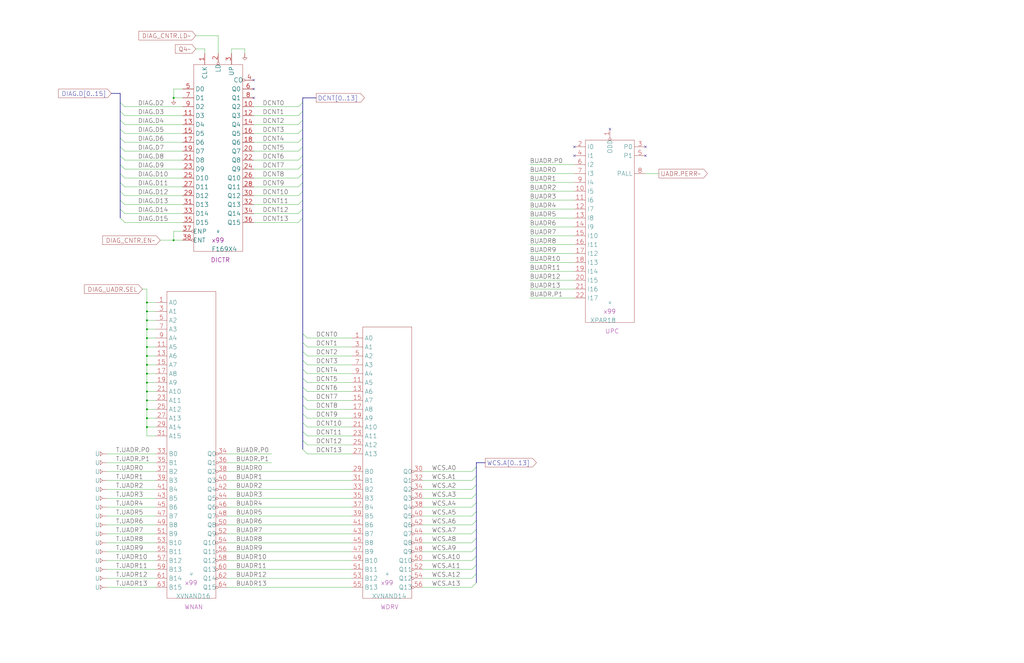
<source format=kicad_sch>
(kicad_sch (version 20220404) (generator eeschema)
  (paper "User" 584.2 378.46)
  (title_block (title "WRITABLE CONTROL STORE\\nWCS ADDRESS GENERATION") (date "15-MAR-90") (rev "1.0") (comment 1 "TYPE") (comment 2 "232-003062") (comment 3 "S400") (comment 4 "RELEASED"))
  (lib_symbols
    (symbol "r1000:F169X4" (pin_names (offset 1.016))
      (property "Reference" "U" (at 2.54 5.08 0))
      (property "Value" "F169X4" (at -1.27 -5.08 0))
      (property "Location" "___" (at -1.27 0 0))
      (property "Name" "______" (at 3.81 -12.7 0))
      (symbol "F169X4_1_1"
        (circle (center -12.065 0) (radius 0.635))
        (circle (center -12.065 5.08) (radius 0.635))
        (rectangle (start -11.43 100.33) (end 16.51 -6.35))
        (circle (center 2.54 100.965) (radius 0.635))
        (circle (center 17.145 91.44) (radius 0.635))
        (pin input line (at -5.08 106.68 270) (length 6.35) (name "CLK") (number "1"))
        (pin output line (at 22.86 76.2 180) (length 6.35) (name "Q2") (number "10"))
        (pin input line (at -17.78 71.12 0) (length 6.35) (name "D3") (number "11"))
        (pin output line (at 22.86 71.12 180) (length 6.35) (name "Q3") (number "12"))
        (pin input line (at -17.78 66.04 0) (length 6.35) (name "D4") (number "13"))
        (pin output line (at 22.86 66.04 180) (length 6.35) (name "Q4") (number "14"))
        (pin input line (at -17.78 60.96 0) (length 6.35) (name "D5") (number "15"))
        (pin output line (at 22.86 60.96 180) (length 6.35) (name "Q5") (number "16"))
        (pin input line (at -17.78 55.88 0) (length 6.35) (name "D6") (number "17"))
        (pin output line (at 22.86 55.88 180) (length 6.35) (name "Q6") (number "18"))
        (pin input line (at -17.78 50.8 0) (length 6.35) (name "D7") (number "19"))
        (pin input line (at 2.54 106.68 270) (length 5.08) (name "LD") (number "2"))
        (pin output line (at 22.86 50.8 180) (length 6.35) (name "Q7") (number "20"))
        (pin input line (at -17.78 45.72 0) (length 6.35) (name "D8") (number "21"))
        (pin output line (at 22.86 45.72 180) (length 6.35) (name "Q8") (number "22"))
        (pin input line (at -17.78 40.64 0) (length 6.35) (name "D9") (number "23"))
        (pin output line (at 22.86 40.64 180) (length 6.35) (name "Q9") (number "24"))
        (pin input line (at -17.78 35.56 0) (length 6.35) (name "D10") (number "25"))
        (pin output line (at 22.86 35.56 180) (length 6.35) (name "Q10") (number "26"))
        (pin input line (at -17.78 30.48 0) (length 6.35) (name "D11") (number "27"))
        (pin output line (at 22.86 30.48 180) (length 6.35) (name "Q11") (number "28"))
        (pin input line (at -17.78 25.4 0) (length 6.35) (name "D12") (number "29"))
        (pin input line (at 10.16 106.68 270) (length 6.35) (name "UP") (number "3"))
        (pin output line (at 22.86 25.4 180) (length 6.35) (name "Q12") (number "30"))
        (pin input line (at -17.78 20.32 0) (length 6.35) (name "D13") (number "31"))
        (pin output line (at 22.86 20.32 180) (length 6.35) (name "Q13") (number "32"))
        (pin input line (at -17.78 15.24 0) (length 6.35) (name "D14") (number "33"))
        (pin output line (at 22.86 15.24 180) (length 6.35) (name "Q14") (number "34"))
        (pin input line (at -17.78 10.16 0) (length 6.35) (name "D15") (number "35"))
        (pin output line (at 22.86 10.16 180) (length 6.35) (name "Q15") (number "36"))
        (pin input line (at -17.78 5.08 0) (length 5.08) (name "ENP") (number "37"))
        (pin input line (at -17.78 0 0) (length 5.08) (name "ENT") (number "38"))
        (pin output line (at 22.86 91.44 180) (length 5.08) (name "CO") (number "4"))
        (pin input line (at -17.78 86.36 0) (length 6.35) (name "D0") (number "5"))
        (pin output line (at 22.86 86.36 180) (length 6.35) (name "Q0") (number "6"))
        (pin input line (at -17.78 81.28 0) (length 6.35) (name "D1") (number "7"))
        (pin output line (at 22.86 81.28 180) (length 6.35) (name "Q1") (number "8"))
        (pin input line (at -17.78 76.2 0) (length 6.35) (name "D2") (number "9"))
      )
    )
    (symbol "r1000:GB" (pin_numbers hide) (pin_names (offset 0) hide)
      (property "Reference" "GB" (at 3.81 0 0))
      (symbol "GB_0_1"
        (polyline (pts (xy 2.54 0) (xy 3.81 1.27) (xy 3.81 -1.27) (xy 2.54 0)) (stroke (width 0.1524)))
      )
      (symbol "GB_1_1"
        (pin bidirectional line (at 0 0 0) (length 2.54) (name "") (number "1"))
      )
    )
    (symbol "r1000:PD" (power) (pin_numbers hide) (pin_names hide) (in_bom no)
      (symbol "PD_0_1"
        (polyline (pts (xy 0 -2.54) (xy 1.27 -2.54) (xy 0 -3.81) (xy -1.27 -2.54) (xy 0 -2.54)) (stroke (width 0.1524)))
      )
      (symbol "PD_1_1"
        (pin power_in line (at 0 0 270) (length 2.54) (name "PD") (number "1"))
      )
    )
    (symbol "r1000:XPAR18" (pin_names (offset 1.016))
      (property "Reference" "U" (at 2.54 5.08 0))
      (property "Value" "XPAR18" (at -8.89 -5.08 0))
      (property "Location" "___" (at -1.27 0 0))
      (property "Name" "______" (at 3.81 -12.7 0))
      (symbol "XPAR18_1_1"
        (rectangle (start -11.43 97.79) (end 16.51 -6.35))
        (circle (center 2.54 98.425) (radius 0.635))
        (pin input line (at 2.54 104.14 270) (length 5.08) (name "ODD") (number "1"))
        (pin input line (at -17.78 68.58 0) (length 6.35) (name "I5") (number "10"))
        (pin input line (at -17.78 63.5 0) (length 6.35) (name "I6") (number "11"))
        (pin input line (at -17.78 58.42 0) (length 6.35) (name "I7") (number "12"))
        (pin input line (at -17.78 53.34 0) (length 6.35) (name "I8") (number "13"))
        (pin input line (at -17.78 48.26 0) (length 6.35) (name "I9") (number "14"))
        (pin input line (at -17.78 43.18 0) (length 6.35) (name "I10") (number "15"))
        (pin input line (at -17.78 38.1 0) (length 6.35) (name "I11") (number "16"))
        (pin input line (at -17.78 33.02 0) (length 6.35) (name "I12") (number "17"))
        (pin input line (at -17.78 27.94 0) (length 6.35) (name "I13") (number "18"))
        (pin input line (at -17.78 22.86 0) (length 6.35) (name "I14") (number "19"))
        (pin input line (at -17.78 93.98 0) (length 6.35) (name "I0") (number "2"))
        (pin input line (at -17.78 17.78 0) (length 6.35) (name "I15") (number "20"))
        (pin input line (at -17.78 12.7 0) (length 6.35) (name "I16") (number "21"))
        (pin input line (at -17.78 7.62 0) (length 6.35) (name "I17") (number "22"))
        (pin output line (at 22.86 93.98 180) (length 6.35) (name "P0") (number "3"))
        (pin input line (at -17.78 88.9 0) (length 6.35) (name "I1") (number "4"))
        (pin output line (at 22.86 88.9 180) (length 6.35) (name "P1") (number "5"))
        (pin input line (at -17.78 83.82 0) (length 6.35) (name "I2") (number "6"))
        (pin input line (at -17.78 78.74 0) (length 6.35) (name "I3") (number "7"))
        (pin output line (at 22.86 78.74 180) (length 6.35) (name "PALL") (number "8"))
        (pin input line (at -17.78 73.66 0) (length 6.35) (name "I4") (number "9"))
      )
    )
    (symbol "r1000:XVNAND14" (pin_names (offset 1.016))
      (property "Reference" "U" (at 2.54 5.08 0))
      (property "Value" "XVNAND14" (at -6.35 -7.62 0))
      (property "Location" "___" (at -1.27 0 0))
      (property "Name" "______" (at 3.81 -15.24 0))
      (symbol "XVNAND14_1_1"
        (rectangle (start -11.43 146.05) (end 16.51 -8.89))
        (circle (center 17.145 -2.54) (radius 0.635))
        (circle (center 17.145 2.54) (radius 0.635))
        (circle (center 17.145 7.62) (radius 0.635))
        (circle (center 17.145 12.7) (radius 0.635))
        (circle (center 17.145 17.78) (radius 0.635))
        (circle (center 17.145 22.86) (radius 0.635))
        (circle (center 17.145 27.94) (radius 0.635))
        (circle (center 17.145 33.02) (radius 0.635))
        (circle (center 17.145 38.1) (radius 0.635))
        (circle (center 17.145 43.18) (radius 0.635))
        (circle (center 17.145 48.26) (radius 0.635))
        (circle (center 17.145 53.34) (radius 0.635))
        (circle (center 17.145 58.42) (radius 0.635))
        (circle (center 17.145 63.5) (radius 0.635))
        (pin input line (at -17.78 139.7 0) (length 6.35) (name "A0") (number "1"))
        (pin input line (at -17.78 114.3 0) (length 6.35) (name "A5") (number "11"))
        (pin input line (at -17.78 109.22 0) (length 6.35) (name "A6") (number "13"))
        (pin input line (at -17.78 104.14 0) (length 6.35) (name "A7") (number "15"))
        (pin input line (at -17.78 99.06 0) (length 6.35) (name "A8") (number "17"))
        (pin input line (at -17.78 93.98 0) (length 6.35) (name "A9") (number "19"))
        (pin input line (at -17.78 88.9 0) (length 6.35) (name "A10") (number "21"))
        (pin input line (at -17.78 83.82 0) (length 6.35) (name "A11") (number "23"))
        (pin input line (at -17.78 78.74 0) (length 6.35) (name "A12") (number "25"))
        (pin input line (at -17.78 73.66 0) (length 6.35) (name "A13") (number "27"))
        (pin input line (at -17.78 63.5 0) (length 6.35) (name "B0") (number "29"))
        (pin input line (at -17.78 134.62 0) (length 6.35) (name "A1") (number "3"))
        (pin output line (at 22.86 63.5 180) (length 5.08) (name "Q0") (number "30"))
        (pin input line (at -17.78 58.42 0) (length 6.35) (name "B1") (number "31"))
        (pin output line (at 22.86 58.42 180) (length 5.08) (name "Q1") (number "32"))
        (pin input line (at -17.78 53.34 0) (length 6.35) (name "B2") (number "33"))
        (pin output line (at 22.86 53.34 180) (length 5.08) (name "Q2") (number "34"))
        (pin input line (at -17.78 48.26 0) (length 6.35) (name "B3") (number "35"))
        (pin output line (at 22.86 48.26 180) (length 5.08) (name "Q3") (number "36"))
        (pin input line (at -17.78 43.18 0) (length 6.35) (name "B4") (number "37"))
        (pin output line (at 22.86 43.18 180) (length 5.08) (name "Q4") (number "38"))
        (pin input line (at -17.78 38.1 0) (length 6.35) (name "B5") (number "39"))
        (pin output line (at 22.86 38.1 180) (length 5.08) (name "Q5") (number "40"))
        (pin input line (at -17.78 33.02 0) (length 6.35) (name "B6") (number "41"))
        (pin output line (at 22.86 33.02 180) (length 5.08) (name "Q6") (number "42"))
        (pin input line (at -17.78 27.94 0) (length 6.35) (name "B7") (number "43"))
        (pin output line (at 22.86 27.94 180) (length 5.08) (name "Q7") (number "44"))
        (pin input line (at -17.78 22.86 0) (length 6.35) (name "B8") (number "45"))
        (pin output line (at 22.86 22.86 180) (length 5.08) (name "Q8") (number "46"))
        (pin input line (at -17.78 17.78 0) (length 6.35) (name "B9") (number "47"))
        (pin output line (at 22.86 17.78 180) (length 5.08) (name "Q9") (number "48"))
        (pin input line (at -17.78 12.7 0) (length 6.35) (name "B10") (number "49"))
        (pin input line (at -17.78 129.54 0) (length 6.35) (name "A2") (number "5"))
        (pin output line (at 22.86 12.7 180) (length 5.08) (name "Q10") (number "50"))
        (pin input line (at -17.78 7.62 0) (length 6.35) (name "B11") (number "51"))
        (pin output line (at 22.86 7.62 180) (length 5.08) (name "Q11") (number "52"))
        (pin input line (at -17.78 2.54 0) (length 6.35) (name "B12") (number "53"))
        (pin output line (at 22.86 2.54 180) (length 5.08) (name "Q12") (number "54"))
        (pin input line (at -17.78 -2.54 0) (length 6.35) (name "B13") (number "55"))
        (pin output line (at 22.86 -2.54 180) (length 5.08) (name "Q13") (number "56"))
        (pin input line (at -17.78 124.46 0) (length 6.35) (name "A3") (number "7"))
        (pin input line (at -17.78 119.38 0) (length 6.35) (name "A4") (number "9"))
      )
    )
    (symbol "r1000:XVNAND16" (pin_names (offset 1.016))
      (property "Reference" "U" (at 2.54 5.08 0))
      (property "Value" "XVNAND16" (at -6.35 -7.62 0))
      (property "Location" "___" (at -1.27 0 0))
      (property "Name" "______" (at 3.81 -15.24 0))
      (symbol "XVNAND16_1_1"
        (rectangle (start -11.43 166.37) (end 16.51 -8.89))
        (circle (center 17.145 -2.54) (radius 0.635))
        (circle (center 17.145 2.54) (radius 0.635))
        (circle (center 17.145 7.62) (radius 0.635))
        (circle (center 17.145 12.7) (radius 0.635))
        (circle (center 17.145 17.78) (radius 0.635))
        (circle (center 17.145 22.86) (radius 0.635))
        (circle (center 17.145 27.94) (radius 0.635))
        (circle (center 17.145 33.02) (radius 0.635))
        (circle (center 17.145 38.1) (radius 0.635))
        (circle (center 17.145 43.18) (radius 0.635))
        (circle (center 17.145 48.26) (radius 0.635))
        (circle (center 17.145 53.34) (radius 0.635))
        (circle (center 17.145 58.42) (radius 0.635))
        (circle (center 17.145 63.5) (radius 0.635))
        (circle (center 17.145 68.58) (radius 0.635))
        (circle (center 17.145 73.66) (radius 0.635))
        (pin input line (at -17.78 160.02 0) (length 6.35) (name "A0") (number "1"))
        (pin input line (at -17.78 134.62 0) (length 6.35) (name "A5") (number "11"))
        (pin input line (at -17.78 129.54 0) (length 6.35) (name "A6") (number "13"))
        (pin input line (at -17.78 124.46 0) (length 6.35) (name "A7") (number "15"))
        (pin input line (at -17.78 119.38 0) (length 6.35) (name "A8") (number "17"))
        (pin input line (at -17.78 114.3 0) (length 6.35) (name "A9") (number "19"))
        (pin input line (at -17.78 109.22 0) (length 6.35) (name "A10") (number "21"))
        (pin input line (at -17.78 104.14 0) (length 6.35) (name "A11") (number "23"))
        (pin input line (at -17.78 99.06 0) (length 6.35) (name "A12") (number "25"))
        (pin input line (at -17.78 93.98 0) (length 6.35) (name "A13") (number "27"))
        (pin input line (at -17.78 88.9 0) (length 6.35) (name "A14") (number "29"))
        (pin input line (at -17.78 154.94 0) (length 6.35) (name "A1") (number "3"))
        (pin input line (at -17.78 83.82 0) (length 6.35) (name "A15") (number "31"))
        (pin input line (at -17.78 73.66 0) (length 6.35) (name "B0") (number "33"))
        (pin output line (at 22.86 73.66 180) (length 5.08) (name "Q0") (number "34"))
        (pin input line (at -17.78 68.58 0) (length 6.35) (name "B1") (number "35"))
        (pin output line (at 22.86 68.58 180) (length 5.08) (name "Q1") (number "36"))
        (pin input line (at -17.78 63.5 0) (length 6.35) (name "B2") (number "37"))
        (pin output line (at 22.86 63.5 180) (length 5.08) (name "Q2") (number "38"))
        (pin input line (at -17.78 58.42 0) (length 6.35) (name "B3") (number "39"))
        (pin output line (at 22.86 58.42 180) (length 5.08) (name "Q3") (number "40"))
        (pin input line (at -17.78 53.34 0) (length 6.35) (name "B4") (number "41"))
        (pin output line (at 22.86 53.34 180) (length 5.08) (name "Q4") (number "42"))
        (pin input line (at -17.78 48.26 0) (length 6.35) (name "B5") (number "43"))
        (pin output line (at 22.86 48.26 180) (length 5.08) (name "Q5") (number "44"))
        (pin input line (at -17.78 43.18 0) (length 6.35) (name "B6") (number "45"))
        (pin output line (at 22.86 43.18 180) (length 5.08) (name "Q6") (number "46"))
        (pin input line (at -17.78 38.1 0) (length 6.35) (name "B7") (number "47"))
        (pin output line (at 22.86 38.1 180) (length 5.08) (name "Q7") (number "48"))
        (pin input line (at -17.78 33.02 0) (length 6.35) (name "B8") (number "49"))
        (pin input line (at -17.78 149.86 0) (length 6.35) (name "A2") (number "5"))
        (pin output line (at 22.86 33.02 180) (length 5.08) (name "Q8") (number "50"))
        (pin input line (at -17.78 27.94 0) (length 6.35) (name "B9") (number "51"))
        (pin output line (at 22.86 27.94 180) (length 5.08) (name "Q9") (number "52"))
        (pin input line (at -17.78 22.86 0) (length 6.35) (name "B10") (number "53"))
        (pin output line (at 22.86 22.86 180) (length 5.08) (name "Q10") (number "54"))
        (pin input line (at -17.78 17.78 0) (length 6.35) (name "B11") (number "55"))
        (pin output line (at 22.86 17.78 180) (length 5.08) (name "Q11") (number "56"))
        (pin input line (at -17.78 12.7 0) (length 6.35) (name "B12") (number "57"))
        (pin output line (at 22.86 12.7 180) (length 5.08) (name "Q12") (number "58"))
        (pin input line (at -17.78 7.62 0) (length 6.35) (name "B13") (number "59"))
        (pin output line (at 22.86 7.62 180) (length 5.08) (name "Q13") (number "60"))
        (pin input line (at -17.78 2.54 0) (length 6.35) (name "B14") (number "61"))
        (pin output line (at 22.86 2.54 180) (length 5.08) (name "Q14") (number "62"))
        (pin input line (at -17.78 -2.54 0) (length 6.35) (name "B15") (number "63"))
        (pin output line (at 22.86 -2.54 180) (length 5.08) (name "Q15") (number "64"))
        (pin input line (at -17.78 144.78 0) (length 6.35) (name "A3") (number "7"))
        (pin input line (at -17.78 139.7 0) (length 6.35) (name "A4") (number "9"))
      )
    )
  )
  (junction (at 83.82 193.04))
  (junction (at 83.82 182.88))
  (junction (at 83.82 228.6))
  (junction (at 83.82 223.52))
  (junction (at 83.82 208.28))
  (junction (at 99.06 55.88))
  (junction (at 83.82 238.76))
  (junction (at 99.06 137.16))
  (junction (at 83.82 198.12))
  (junction (at 83.82 218.44))
  (junction (at 83.82 177.8))
  (junction (at 83.82 172.72))
  (junction (at 83.82 213.36))
  (junction (at 83.82 243.84))
  (junction (at 83.82 187.96))
  (junction (at 83.82 233.68))
  (junction (at 83.82 203.2))
  (no_connect (at 327.66 88.9))
  (no_connect (at 327.66 83.82))
  (no_connect (at 144.78 45.72))
  (no_connect (at 347.98 73.66))
  (no_connect (at 368.3 83.82))
  (no_connect (at 368.3 88.9))
  (no_connect (at 144.78 50.8))
  (no_connect (at 144.78 55.88))
  (bus_entry (at 172.72 236.22) (size 2.54 2.54))
  (bus_entry (at 172.72 119.38) (size -2.54 2.54))
  (bus_entry (at 271.78 271.78) (size -2.54 2.54))
  (bus_entry (at 271.78 322.58) (size -2.54 2.54))
  (bus_entry (at 172.72 241.3) (size 2.54 2.54))
  (bus_entry (at 271.78 302.26) (size -2.54 2.54))
  (bus_entry (at 172.72 205.74) (size 2.54 2.54))
  (bus_entry (at 172.72 93.98) (size -2.54 2.54))
  (bus_entry (at 68.58 93.98) (size 2.54 2.54))
  (bus_entry (at 172.72 256.54) (size 2.54 2.54))
  (bus_entry (at 172.72 58.42) (size -2.54 2.54))
  (bus_entry (at 172.72 246.38) (size 2.54 2.54))
  (bus_entry (at 172.72 109.22) (size -2.54 2.54))
  (bus_entry (at 271.78 327.66) (size -2.54 2.54))
  (bus_entry (at 172.72 88.9) (size -2.54 2.54))
  (bus_entry (at 172.72 78.74) (size -2.54 2.54))
  (bus_entry (at 68.58 124.46) (size 2.54 2.54))
  (bus_entry (at 172.72 195.58) (size 2.54 2.54))
  (bus_entry (at 68.58 114.3) (size 2.54 2.54))
  (bus_entry (at 172.72 124.46) (size -2.54 2.54))
  (bus_entry (at 68.58 99.06) (size 2.54 2.54))
  (bus_entry (at 271.78 281.94) (size -2.54 2.54))
  (bus_entry (at 172.72 226.06) (size 2.54 2.54))
  (bus_entry (at 68.58 78.74) (size 2.54 2.54))
  (bus_entry (at 68.58 88.9) (size 2.54 2.54))
  (bus_entry (at 172.72 220.98) (size 2.54 2.54))
  (bus_entry (at 172.72 114.3) (size -2.54 2.54))
  (bus_entry (at 68.58 73.66) (size 2.54 2.54))
  (bus_entry (at 172.72 99.06) (size -2.54 2.54))
  (bus_entry (at 172.72 190.5) (size 2.54 2.54))
  (bus_entry (at 68.58 63.5) (size 2.54 2.54))
  (bus_entry (at 172.72 83.82) (size -2.54 2.54))
  (bus_entry (at 172.72 200.66) (size 2.54 2.54))
  (bus_entry (at 271.78 287.02) (size -2.54 2.54))
  (bus_entry (at 271.78 276.86) (size -2.54 2.54))
  (bus_entry (at 172.72 68.58) (size -2.54 2.54))
  (bus_entry (at 68.58 58.42) (size 2.54 2.54))
  (bus_entry (at 271.78 297.18) (size -2.54 2.54))
  (bus_entry (at 172.72 73.66) (size -2.54 2.54))
  (bus_entry (at 172.72 231.14) (size 2.54 2.54))
  (bus_entry (at 68.58 83.82) (size 2.54 2.54))
  (bus_entry (at 271.78 266.7) (size -2.54 2.54))
  (bus_entry (at 172.72 210.82) (size 2.54 2.54))
  (bus_entry (at 68.58 109.22) (size 2.54 2.54))
  (bus_entry (at 271.78 307.34) (size -2.54 2.54))
  (bus_entry (at 271.78 312.42) (size -2.54 2.54))
  (bus_entry (at 68.58 119.38) (size 2.54 2.54))
  (bus_entry (at 271.78 332.74) (size -2.54 2.54))
  (bus_entry (at 172.72 104.14) (size -2.54 2.54))
  (bus_entry (at 172.72 251.46) (size 2.54 2.54))
  (bus_entry (at 172.72 215.9) (size 2.54 2.54))
  (bus_entry (at 172.72 63.5) (size -2.54 2.54))
  (bus_entry (at 271.78 292.1) (size -2.54 2.54))
  (bus_entry (at 68.58 104.14) (size 2.54 2.54))
  (bus_entry (at 271.78 317.5) (size -2.54 2.54))
  (bus_entry (at 68.58 68.58) (size 2.54 2.54))
  (wire (pts (xy 83.82 177.8) (xy 83.82 182.88)))
  (wire (pts (xy 88.9 320.04) (xy 60.96 320.04)))
  (bus (pts (xy 63.5 53.34) (xy 68.58 53.34)))
  (wire (pts (xy 241.3 299.72) (xy 269.24 299.72)))
  (wire (pts (xy 144.78 127) (xy 170.18 127)))
  (bus (pts (xy 68.58 83.82) (xy 68.58 88.9)))
  (wire (pts (xy 111.76 20.32) (xy 124.46 20.32)))
  (bus (pts (xy 271.78 302.26) (xy 271.78 307.34)))
  (bus (pts (xy 271.78 271.78) (xy 271.78 276.86)))
  (wire (pts (xy 60.96 259.08) (xy 88.9 259.08)))
  (wire (pts (xy 83.82 187.96) (xy 88.9 187.96)))
  (bus (pts (xy 172.72 124.46) (xy 172.72 190.5)))
  (wire (pts (xy 129.54 294.64) (xy 200.66 294.64)))
  (bus (pts (xy 68.58 114.3) (xy 68.58 119.38)))
  (bus (pts (xy 172.72 55.88) (xy 180.34 55.88)))
  (wire (pts (xy 302.26 109.22) (xy 327.66 109.22)))
  (wire (pts (xy 88.9 309.88) (xy 60.96 309.88)))
  (wire (pts (xy 129.54 269.24) (xy 200.66 269.24)))
  (wire (pts (xy 129.54 299.72) (xy 200.66 299.72)))
  (bus (pts (xy 68.58 93.98) (xy 68.58 99.06)))
  (wire (pts (xy 144.78 106.68) (xy 170.18 106.68)))
  (bus (pts (xy 271.78 266.7) (xy 271.78 271.78)))
  (bus (pts (xy 68.58 104.14) (xy 68.58 109.22)))
  (bus (pts (xy 172.72 68.58) (xy 172.72 73.66)))
  (wire (pts (xy 88.9 294.64) (xy 60.96 294.64)))
  (wire (pts (xy 302.26 104.14) (xy 327.66 104.14)))
  (wire (pts (xy 302.26 149.86) (xy 327.66 149.86)))
  (wire (pts (xy 99.06 132.08) (xy 99.06 137.16)))
  (wire (pts (xy 144.78 111.76) (xy 170.18 111.76)))
  (wire (pts (xy 200.66 228.6) (xy 175.26 228.6)))
  (wire (pts (xy 83.82 193.04) (xy 88.9 193.04)))
  (bus (pts (xy 172.72 241.3) (xy 172.72 236.22)))
  (bus (pts (xy 172.72 58.42) (xy 172.72 63.5)))
  (wire (pts (xy 129.54 279.4) (xy 200.66 279.4)))
  (bus (pts (xy 68.58 119.38) (xy 68.58 124.46)))
  (wire (pts (xy 144.78 101.6) (xy 170.18 101.6)))
  (wire (pts (xy 200.66 213.36) (xy 175.26 213.36)))
  (wire (pts (xy 88.9 274.32) (xy 60.96 274.32)))
  (wire (pts (xy 139.7 30.48) (xy 139.7 27.94)))
  (wire (pts (xy 241.3 314.96) (xy 269.24 314.96)))
  (wire (pts (xy 83.82 208.28) (xy 83.82 213.36)))
  (wire (pts (xy 88.9 335.28) (xy 60.96 335.28)))
  (bus (pts (xy 172.72 68.58) (xy 172.72 63.5)))
  (wire (pts (xy 144.78 116.84) (xy 170.18 116.84)))
  (wire (pts (xy 83.82 182.88) (xy 83.82 187.96)))
  (wire (pts (xy 129.54 320.04) (xy 200.66 320.04)))
  (bus (pts (xy 271.78 264.16) (xy 271.78 266.7)))
  (bus (pts (xy 172.72 109.22) (xy 172.72 104.14)))
  (wire (pts (xy 302.26 93.98) (xy 327.66 93.98)))
  (wire (pts (xy 241.3 325.12) (xy 269.24 325.12)))
  (wire (pts (xy 144.78 121.92) (xy 170.18 121.92)))
  (wire (pts (xy 83.82 238.76) (xy 83.82 243.84)))
  (wire (pts (xy 71.12 121.92) (xy 104.14 121.92)))
  (wire (pts (xy 83.82 243.84) (xy 88.9 243.84)))
  (bus (pts (xy 172.72 190.5) (xy 172.72 195.58)))
  (bus (pts (xy 271.78 276.86) (xy 271.78 281.94)))
  (wire (pts (xy 83.82 165.1) (xy 83.82 172.72)))
  (wire (pts (xy 200.66 259.08) (xy 175.26 259.08)))
  (bus (pts (xy 68.58 99.06) (xy 68.58 104.14)))
  (bus (pts (xy 68.58 58.42) (xy 68.58 63.5)))
  (wire (pts (xy 99.06 137.16) (xy 104.14 137.16)))
  (wire (pts (xy 129.54 325.12) (xy 200.66 325.12)))
  (wire (pts (xy 88.9 279.4) (xy 60.96 279.4)))
  (wire (pts (xy 99.06 55.88) (xy 104.14 55.88)))
  (wire (pts (xy 129.54 289.56) (xy 200.66 289.56)))
  (bus (pts (xy 271.78 292.1) (xy 271.78 297.18)))
  (wire (pts (xy 71.12 127) (xy 104.14 127)))
  (bus (pts (xy 68.58 88.9) (xy 68.58 93.98)))
  (wire (pts (xy 83.82 228.6) (xy 88.9 228.6)))
  (bus (pts (xy 172.72 220.98) (xy 172.72 226.06)))
  (bus (pts (xy 271.78 281.94) (xy 271.78 287.02)))
  (wire (pts (xy 302.26 134.62) (xy 327.66 134.62)))
  (wire (pts (xy 83.82 203.2) (xy 88.9 203.2)))
  (bus (pts (xy 271.78 327.66) (xy 271.78 332.74)))
  (wire (pts (xy 302.26 119.38) (xy 327.66 119.38)))
  (wire (pts (xy 83.82 248.92) (xy 88.9 248.92)))
  (wire (pts (xy 200.66 208.28) (xy 175.26 208.28)))
  (wire (pts (xy 241.3 274.32) (xy 269.24 274.32)))
  (wire (pts (xy 71.12 60.96) (xy 104.14 60.96)))
  (wire (pts (xy 132.08 27.94) (xy 132.08 30.48)))
  (wire (pts (xy 83.82 198.12) (xy 83.82 203.2)))
  (bus (pts (xy 271.78 307.34) (xy 271.78 312.42)))
  (wire (pts (xy 88.9 299.72) (xy 60.96 299.72)))
  (wire (pts (xy 200.66 203.2) (xy 175.26 203.2)))
  (wire (pts (xy 60.96 264.16) (xy 88.9 264.16)))
  (bus (pts (xy 172.72 205.74) (xy 172.72 210.82)))
  (wire (pts (xy 71.12 111.76) (xy 104.14 111.76)))
  (wire (pts (xy 302.26 144.78) (xy 327.66 144.78)))
  (wire (pts (xy 129.54 335.28) (xy 200.66 335.28)))
  (bus (pts (xy 172.72 78.74) (xy 172.72 83.82)))
  (wire (pts (xy 83.82 177.8) (xy 88.9 177.8)))
  (wire (pts (xy 71.12 66.04) (xy 104.14 66.04)))
  (bus (pts (xy 68.58 53.34) (xy 68.58 58.42)))
  (wire (pts (xy 88.9 304.8) (xy 60.96 304.8)))
  (wire (pts (xy 83.82 213.36) (xy 83.82 218.44)))
  (wire (pts (xy 71.12 116.84) (xy 104.14 116.84)))
  (wire (pts (xy 129.54 259.08) (xy 154.94 259.08)))
  (bus (pts (xy 172.72 210.82) (xy 172.72 215.9)))
  (wire (pts (xy 99.06 55.88) (xy 99.06 50.8)))
  (bus (pts (xy 172.72 231.14) (xy 172.72 236.22)))
  (bus (pts (xy 172.72 246.38) (xy 172.72 251.46)))
  (bus (pts (xy 172.72 114.3) (xy 172.72 119.38)))
  (wire (pts (xy 241.3 279.4) (xy 269.24 279.4)))
  (wire (pts (xy 241.3 304.8) (xy 269.24 304.8)))
  (wire (pts (xy 83.82 213.36) (xy 88.9 213.36)))
  (bus (pts (xy 271.78 312.42) (xy 271.78 317.5)))
  (bus (pts (xy 271.78 322.58) (xy 271.78 327.66)))
  (wire (pts (xy 71.12 71.12) (xy 104.14 71.12)))
  (wire (pts (xy 88.9 289.56) (xy 60.96 289.56)))
  (bus (pts (xy 172.72 200.66) (xy 172.72 205.74)))
  (wire (pts (xy 83.82 172.72) (xy 88.9 172.72)))
  (wire (pts (xy 83.82 208.28) (xy 88.9 208.28)))
  (bus (pts (xy 172.72 200.66) (xy 172.72 195.58)))
  (wire (pts (xy 71.12 81.28) (xy 104.14 81.28)))
  (bus (pts (xy 172.72 251.46) (xy 172.72 256.54)))
  (wire (pts (xy 302.26 129.54) (xy 327.66 129.54)))
  (bus (pts (xy 172.72 93.98) (xy 172.72 99.06)))
  (wire (pts (xy 83.82 223.52) (xy 88.9 223.52)))
  (wire (pts (xy 83.82 198.12) (xy 88.9 198.12)))
  (wire (pts (xy 302.26 139.7) (xy 327.66 139.7)))
  (bus (pts (xy 172.72 241.3) (xy 172.72 246.38)))
  (wire (pts (xy 129.54 274.32) (xy 200.66 274.32)))
  (wire (pts (xy 144.78 81.28) (xy 170.18 81.28)))
  (wire (pts (xy 83.82 233.68) (xy 88.9 233.68)))
  (bus (pts (xy 271.78 317.5) (xy 271.78 322.58)))
  (wire (pts (xy 88.9 330.2) (xy 60.96 330.2)))
  (wire (pts (xy 241.3 294.64) (xy 269.24 294.64)))
  (wire (pts (xy 83.82 187.96) (xy 83.82 193.04)))
  (wire (pts (xy 83.82 233.68) (xy 83.82 238.76)))
  (wire (pts (xy 88.9 314.96) (xy 60.96 314.96)))
  (wire (pts (xy 71.12 76.2) (xy 104.14 76.2)))
  (wire (pts (xy 91.44 137.16) (xy 99.06 137.16)))
  (wire (pts (xy 241.3 289.56) (xy 269.24 289.56)))
  (wire (pts (xy 241.3 320.04) (xy 269.24 320.04)))
  (wire (pts (xy 302.26 124.46) (xy 327.66 124.46)))
  (wire (pts (xy 302.26 170.18) (xy 327.66 170.18)))
  (bus (pts (xy 68.58 78.74) (xy 68.58 83.82)))
  (wire (pts (xy 200.66 193.04) (xy 175.26 193.04)))
  (wire (pts (xy 144.78 96.52) (xy 170.18 96.52)))
  (wire (pts (xy 302.26 160.02) (xy 327.66 160.02)))
  (wire (pts (xy 144.78 71.12) (xy 170.18 71.12)))
  (wire (pts (xy 241.3 335.28) (xy 269.24 335.28)))
  (wire (pts (xy 368.3 99.06) (xy 375.92 99.06)))
  (wire (pts (xy 83.82 218.44) (xy 83.82 223.52)))
  (wire (pts (xy 83.82 172.72) (xy 83.82 177.8)))
  (wire (pts (xy 200.66 233.68) (xy 175.26 233.68)))
  (wire (pts (xy 129.54 330.2) (xy 200.66 330.2)))
  (wire (pts (xy 88.9 269.24) (xy 60.96 269.24)))
  (bus (pts (xy 172.72 88.9) (xy 172.72 93.98)))
  (bus (pts (xy 172.72 220.98) (xy 172.72 215.9)))
  (wire (pts (xy 81.28 165.1) (xy 83.82 165.1)))
  (wire (pts (xy 83.82 228.6) (xy 83.82 233.68)))
  (bus (pts (xy 172.72 99.06) (xy 172.72 104.14)))
  (wire (pts (xy 302.26 114.3) (xy 327.66 114.3)))
  (bus (pts (xy 172.72 73.66) (xy 172.72 78.74)))
  (wire (pts (xy 83.82 243.84) (xy 83.82 248.92)))
  (wire (pts (xy 71.12 91.44) (xy 104.14 91.44)))
  (wire (pts (xy 302.26 154.94) (xy 327.66 154.94)))
  (wire (pts (xy 83.82 182.88) (xy 88.9 182.88)))
  (wire (pts (xy 83.82 223.52) (xy 83.82 228.6)))
  (bus (pts (xy 68.58 73.66) (xy 68.58 78.74)))
  (bus (pts (xy 68.58 68.58) (xy 68.58 73.66)))
  (wire (pts (xy 241.3 309.88) (xy 269.24 309.88)))
  (wire (pts (xy 129.54 304.8) (xy 200.66 304.8)))
  (wire (pts (xy 83.82 193.04) (xy 83.82 198.12)))
  (wire (pts (xy 88.9 284.48) (xy 60.96 284.48)))
  (wire (pts (xy 88.9 325.12) (xy 60.96 325.12)))
  (wire (pts (xy 144.78 76.2) (xy 170.18 76.2)))
  (wire (pts (xy 99.06 50.8) (xy 104.14 50.8)))
  (wire (pts (xy 200.66 198.12) (xy 175.26 198.12)))
  (bus (pts (xy 172.72 119.38) (xy 172.72 124.46)))
  (wire (pts (xy 200.66 218.44) (xy 175.26 218.44)))
  (wire (pts (xy 71.12 96.52) (xy 104.14 96.52)))
  (wire (pts (xy 71.12 86.36) (xy 104.14 86.36)))
  (wire (pts (xy 129.54 284.48) (xy 200.66 284.48)))
  (wire (pts (xy 71.12 106.68) (xy 104.14 106.68)))
  (wire (pts (xy 83.82 238.76) (xy 88.9 238.76)))
  (bus (pts (xy 172.72 88.9) (xy 172.72 83.82)))
  (wire (pts (xy 116.84 27.94) (xy 116.84 30.48)))
  (bus (pts (xy 172.72 58.42) (xy 172.72 55.88)))
  (bus (pts (xy 172.72 226.06) (xy 172.72 231.14)))
  (wire (pts (xy 83.82 218.44) (xy 88.9 218.44)))
  (wire (pts (xy 200.66 238.76) (xy 175.26 238.76)))
  (wire (pts (xy 241.3 330.2) (xy 269.24 330.2)))
  (bus (pts (xy 271.78 297.18) (xy 271.78 302.26)))
  (wire (pts (xy 200.66 248.92) (xy 175.26 248.92)))
  (wire (pts (xy 99.06 132.08) (xy 104.14 132.08)))
  (wire (pts (xy 200.66 243.84) (xy 175.26 243.84)))
  (bus (pts (xy 271.78 287.02) (xy 271.78 292.1)))
  (wire (pts (xy 144.78 66.04) (xy 170.18 66.04)))
  (wire (pts (xy 200.66 254) (xy 175.26 254)))
  (wire (pts (xy 144.78 86.36) (xy 170.18 86.36)))
  (wire (pts (xy 124.46 20.32) (xy 124.46 30.48)))
  (wire (pts (xy 83.82 203.2) (xy 83.82 208.28)))
  (wire (pts (xy 139.7 27.94) (xy 132.08 27.94)))
  (wire (pts (xy 129.54 314.96) (xy 200.66 314.96)))
  (wire (pts (xy 144.78 60.96) (xy 170.18 60.96)))
  (wire (pts (xy 302.26 99.06) (xy 327.66 99.06)))
  (wire (pts (xy 200.66 223.52) (xy 175.26 223.52)))
  (wire (pts (xy 129.54 309.88) (xy 200.66 309.88)))
  (wire (pts (xy 129.54 264.16) (xy 154.94 264.16)))
  (bus (pts (xy 68.58 109.22) (xy 68.58 114.3)))
  (bus (pts (xy 172.72 109.22) (xy 172.72 114.3)))
  (wire (pts (xy 241.3 269.24) (xy 269.24 269.24)))
  (wire (pts (xy 144.78 91.44) (xy 170.18 91.44)))
  (bus (pts (xy 276.86 264.16) (xy 271.78 264.16)))
  (wire (pts (xy 111.76 27.94) (xy 116.84 27.94)))
  (bus (pts (xy 68.58 63.5) (xy 68.58 68.58)))
  (wire (pts (xy 302.26 165.1) (xy 327.66 165.1)))
  (wire (pts (xy 241.3 284.48) (xy 269.24 284.48)))
  (wire (pts (xy 71.12 101.6) (xy 104.14 101.6)))
  (label "WCS.A4" (at 246.38 289.56 0) (effects (font (size 2.54 2.54))))
  (label "WCS.A6" (at 246.38 299.72 0) (effects (font (size 2.54 2.54))))
  (label "BUADR1" (at 302.26 104.14 0) (effects (font (size 2.54 2.54))))
  (label "DCNT1" (at 180.34 198.12 0) (effects (font (size 2.54 2.54))))
  (label "T.UADR2" (at 66.04 279.4 0) (effects (font (size 2.54 2.54))))
  (label "BUADR11" (at 302.26 154.94 0) (effects (font (size 2.54 2.54))))
  (label "WCS.A11" (at 246.38 325.12 0) (effects (font (size 2.54 2.54))))
  (label "DCNT0" (at 149.86 60.96 0) (effects (font (size 2.54 2.54))))
  (label "BUADR12" (at 134.62 330.2 0) (effects (font (size 2.54 2.54))))
  (label "DCNT2" (at 180.34 203.2 0) (effects (font (size 2.54 2.54))))
  (label "BUADR4" (at 134.62 289.56 0) (effects (font (size 2.54 2.54))))
  (label "DCNT12" (at 149.86 121.92 0) (effects (font (size 2.54 2.54))))
  (label "DCNT8" (at 149.86 101.6 0) (effects (font (size 2.54 2.54))))
  (label "BUADR11" (at 134.62 325.12 0) (effects (font (size 2.54 2.54))))
  (label "T.UADR6" (at 66.04 299.72 0) (effects (font (size 2.54 2.54))))
  (label "BUADR13" (at 302.26 165.1 0) (effects (font (size 2.54 2.54))))
  (label "BUADR8" (at 302.26 139.7 0) (effects (font (size 2.54 2.54))))
  (label "WCS.A2" (at 246.38 279.4 0) (effects (font (size 2.54 2.54))))
  (label "DCNT5" (at 149.86 86.36 0) (effects (font (size 2.54 2.54))))
  (label "DCNT5" (at 180.34 218.44 0) (effects (font (size 2.54 2.54))))
  (label "T.UADR12" (at 66.04 330.2 0) (effects (font (size 2.54 2.54))))
  (label "BUADR0" (at 134.62 269.24 0) (effects (font (size 2.54 2.54))))
  (label "BUADR0" (at 302.26 99.06 0) (effects (font (size 2.54 2.54))))
  (label "BUADR10" (at 134.62 320.04 0) (effects (font (size 2.54 2.54))))
  (label "DIAG.D4" (at 78.74 71.12 0) (effects (font (size 2.54 2.54))))
  (label "DCNT7" (at 180.34 228.6 0) (effects (font (size 2.54 2.54))))
  (label "WCS.A1" (at 246.38 274.32 0) (effects (font (size 2.54 2.54))))
  (label "BUADR4" (at 302.26 119.38 0) (effects (font (size 2.54 2.54))))
  (label "BUADR.P0" (at 134.62 259.08 0) (effects (font (size 2.54 2.54))))
  (label "DCNT8" (at 180.34 233.68 0) (effects (font (size 2.54 2.54))))
  (label "BUADR3" (at 134.62 284.48 0) (effects (font (size 2.54 2.54))))
  (label "WCS.A5" (at 246.38 294.64 0) (effects (font (size 2.54 2.54))))
  (label "BUADR.P0" (at 302.26 93.98 0) (effects (font (size 2.54 2.54))))
  (label "DCNT7" (at 149.86 96.52 0) (effects (font (size 2.54 2.54))))
  (label "WCS.A0" (at 246.38 269.24 0) (effects (font (size 2.54 2.54))))
  (label "WCS.A3" (at 246.38 284.48 0) (effects (font (size 2.54 2.54))))
  (label "BUADR7" (at 302.26 134.62 0) (effects (font (size 2.54 2.54))))
  (label "T.UADR1" (at 66.04 274.32 0) (effects (font (size 2.54 2.54))))
  (label "BUADR10" (at 302.26 149.86 0) (effects (font (size 2.54 2.54))))
  (label "DIAG.D8" (at 78.74 91.44 0) (effects (font (size 2.54 2.54))))
  (label "DIAG.D2" (at 78.74 60.96 0) (effects (font (size 2.54 2.54))))
  (label "DCNT11" (at 149.86 116.84 0) (effects (font (size 2.54 2.54))))
  (label "DIAG.D3" (at 78.74 66.04 0) (effects (font (size 2.54 2.54))))
  (label "BUADR5" (at 134.62 294.64 0) (effects (font (size 2.54 2.54))))
  (label "T.UADR.P0" (at 66.04 259.08 0) (effects (font (size 2.54 2.54))))
  (label "T.UADR11" (at 66.04 325.12 0) (effects (font (size 2.54 2.54))))
  (label "T.UADR10" (at 66.04 320.04 0) (effects (font (size 2.54 2.54))))
  (label "T.UADR7" (at 66.04 304.8 0) (effects (font (size 2.54 2.54))))
  (label "T.UADR4" (at 66.04 289.56 0) (effects (font (size 2.54 2.54))))
  (label "DCNT2" (at 149.86 71.12 0) (effects (font (size 2.54 2.54))))
  (label "DIAG.D15" (at 78.74 127 0) (effects (font (size 2.54 2.54))))
  (label "DCNT3" (at 180.34 208.28 0) (effects (font (size 2.54 2.54))))
  (label "DIAG.D9" (at 78.74 96.52 0) (effects (font (size 2.54 2.54))))
  (label "BUADR6" (at 302.26 129.54 0) (effects (font (size 2.54 2.54))))
  (label "T.UADR0" (at 66.04 269.24 0) (effects (font (size 2.54 2.54))))
  (label "DIAG.D5" (at 78.74 76.2 0) (effects (font (size 2.54 2.54))))
  (label "BUADR5" (at 302.26 124.46 0) (effects (font (size 2.54 2.54))))
  (label "WCS.A12" (at 246.38 330.2 0) (effects (font (size 2.54 2.54))))
  (label "DCNT4" (at 149.86 81.28 0) (effects (font (size 2.54 2.54))))
  (label "BUADR2" (at 302.26 109.22 0) (effects (font (size 2.54 2.54))))
  (label "T.UADR.P1" (at 66.04 264.16 0) (effects (font (size 2.54 2.54))))
  (label "WCS.A8" (at 246.38 309.88 0) (effects (font (size 2.54 2.54))))
  (label "T.UADR13" (at 66.04 335.28 0) (effects (font (size 2.54 2.54))))
  (label "DCNT9" (at 180.34 238.76 0) (effects (font (size 2.54 2.54))))
  (label "DCNT0" (at 180.34 193.04 0) (effects (font (size 2.54 2.54))))
  (label "BUADR6" (at 134.62 299.72 0) (effects (font (size 2.54 2.54))))
  (label "BUADR3" (at 302.26 114.3 0) (effects (font (size 2.54 2.54))))
  (label "DCNT3" (at 149.86 76.2 0) (effects (font (size 2.54 2.54))))
  (label "DCNT6" (at 180.34 223.52 0) (effects (font (size 2.54 2.54))))
  (label "DCNT10" (at 149.86 111.76 0) (effects (font (size 2.54 2.54))))
  (label "DIAG.D7" (at 78.74 86.36 0) (effects (font (size 2.54 2.54))))
  (label "DIAG.D13" (at 78.74 116.84 0) (effects (font (size 2.54 2.54))))
  (label "BUADR7" (at 134.62 304.8 0) (effects (font (size 2.54 2.54))))
  (label "T.UADR5" (at 66.04 294.64 0) (effects (font (size 2.54 2.54))))
  (label "DIAG.D6" (at 78.74 81.28 0) (effects (font (size 2.54 2.54))))
  (label "WCS.A10" (at 246.38 320.04 0) (effects (font (size 2.54 2.54))))
  (label "WCS.A7" (at 246.38 304.8 0) (effects (font (size 2.54 2.54))))
  (label "WCS.A13" (at 246.38 335.28 0) (effects (font (size 2.54 2.54))))
  (label "BUADR12" (at 302.26 160.02 0) (effects (font (size 2.54 2.54))))
  (label "BUADR2" (at 134.62 279.4 0) (effects (font (size 2.54 2.54))))
  (label "DCNT9" (at 149.86 106.68 0) (effects (font (size 2.54 2.54))))
  (label "BUADR.P1" (at 302.26 170.18 0) (effects (font (size 2.54 2.54))))
  (label "DIAG.D11" (at 78.74 106.68 0) (effects (font (size 2.54 2.54))))
  (label "WCS.A9" (at 246.38 314.96 0) (effects (font (size 2.54 2.54))))
  (label "DCNT4" (at 180.34 213.36 0) (effects (font (size 2.54 2.54))))
  (label "T.UADR9" (at 66.04 314.96 0) (effects (font (size 2.54 2.54))))
  (label "DCNT11" (at 180.34 248.92 0) (effects (font (size 2.54 2.54))))
  (label "DCNT1" (at 149.86 66.04 0) (effects (font (size 2.54 2.54))))
  (label "DCNT6" (at 149.86 91.44 0) (effects (font (size 2.54 2.54))))
  (label "BUADR9" (at 302.26 144.78 0) (effects (font (size 2.54 2.54))))
  (label "DCNT13" (at 149.86 127 0) (effects (font (size 2.54 2.54))))
  (label "DCNT10" (at 180.34 243.84 0) (effects (font (size 2.54 2.54))))
  (label "DIAG.D10" (at 78.74 101.6 0) (effects (font (size 2.54 2.54))))
  (label "BUADR1" (at 134.62 274.32 0) (effects (font (size 2.54 2.54))))
  (label "DIAG.D12" (at 78.74 111.76 0) (effects (font (size 2.54 2.54))))
  (label "BUADR9" (at 134.62 314.96 0) (effects (font (size 2.54 2.54))))
  (label "BUADR.P1" (at 134.62 264.16 0) (effects (font (size 2.54 2.54))))
  (label "T.UADR3" (at 66.04 284.48 0) (effects (font (size 2.54 2.54))))
  (label "DIAG.D14" (at 78.74 121.92 0) (effects (font (size 2.54 2.54))))
  (label "BUADR8" (at 134.62 309.88 0) (effects (font (size 2.54 2.54))))
  (label "DCNT13" (at 180.34 259.08 0) (effects (font (size 2.54 2.54))))
  (label "BUADR13" (at 134.62 335.28 0) (effects (font (size 2.54 2.54))))
  (label "T.UADR8" (at 66.04 309.88 0) (effects (font (size 2.54 2.54))))
  (label "DCNT12" (at 180.34 254 0) (effects (font (size 2.54 2.54))))
  (global_label "DIAG_CNTR.LD~" (shape input) (at 111.76 20.32 180) (effects (font (size 2.54 2.54))) (property "Intersheet References" "${INTERSHEET_REFS}" (at 79.2359 20.1613 0) (effects (font (size 1.905 1.905)) (justify right))))
  (global_label "UADR.PERR~" (shape output) (at 375.92 99.06 0) (effects (font (size 2.54 2.54))) (property "Intersheet References" "${INTERSHEET_REFS}" (at 403.606 98.9013 0) (effects (font (size 1.905 1.905)) (justify left))))
  (global_label "DIAG_UADR.SEL" (shape input) (at 81.28 165.1 180) (effects (font (size 2.54 2.54))) (property "Intersheet References" "${INTERSHEET_REFS}" (at 48.1511 164.9413 0) (effects (font (size 1.905 1.905)) (justify right))))
  (global_label "DIAG_CNTR.EN~" (shape input) (at 91.44 137.16 180) (effects (font (size 2.54 2.54))) (property "Intersheet References" "${INTERSHEET_REFS}" (at 58.553 137.0013 0) (effects (font (size 1.905 1.905)) (justify right))))
  (global_label "DCNT[0..13]" (shape output) (at 180.34 55.88 0) (effects (font (size 2.54 2.54))) (property "Intersheet References" "${INTERSHEET_REFS}" (at 207.905 55.7213 0) (effects (font (size 1.905 1.905)) (justify left))))
  (global_label "DIAG.D[0..15]" (shape input) (at 63.5 53.34 180) (effects (font (size 2.54 2.54))) (property "Intersheet References" "${INTERSHEET_REFS}" (at 33.395 53.1813 0) (effects (font (size 1.905 1.905)) (justify right))))
  (global_label "Q4~" (shape input) (at 111.76 27.94 180) (effects (font (size 2.54 2.54))) (property "Intersheet References" "${INTERSHEET_REFS}" (at 93.8711 27.7813 0) (effects (font (size 1.905 1.905)) (justify right))))
  (global_label "WCS.A[0..13]" (shape output) (at 276.86 264.16 0) (effects (font (size 2.54 2.54))) (property "Intersheet References" "${INTERSHEET_REFS}" (at 312.166 264.0013 0) (effects (font (size 1.905 1.905)) (justify left))))
  (symbol (lib_id "r1000:GB") (at 60.96 289.56 0) (mirror y) (unit 1)
    (default_instance (reference "U") (unit 1) (value "") (footprint ""))
    (property "Reference" "U" (at 57.15 289.56 0) (effects (font (size 2.54 2.54)) (justify left)))
  )
  (symbol (lib_id "r1000:GB") (at 60.96 304.8 0) (mirror y) (unit 1)
    (default_instance (reference "U") (unit 1) (value "") (footprint ""))
    (property "Reference" "U" (at 57.15 304.8 0) (effects (font (size 2.54 2.54)) (justify left)))
  )
  (symbol (lib_id "r1000:PD") (at 99.06 55.88 0) (unit 1) (in_bom no)
    (default_instance (reference "U") (unit 1) (value "") (footprint ""))
    (property "Reference" "U" (effects hide))
  )
  (symbol (lib_id "r1000:XPAR18") (at 345.44 177.8 0) (unit 1)
    (default_instance (reference "U") (unit 1) (value "XPAR18") (footprint ""))
    (property "Reference" "U" (at 347.98 172.72 0))
    (property "Value" "XPAR18" (at 336.55 182.88 0) (effects (font (size 2.54 2.54)) (justify left)))
    (property "Location" "x99" (at 344.17 177.8 0) (effects (font (size 2.54 2.54)) (justify left)))
    (property "Name" "UPC" (at 349.25 190.5 0) (effects (font (size 2.54 2.54)) (justify bottom)))
  )
  (symbol (lib_id "r1000:GB") (at 60.96 274.32 0) (mirror y) (unit 1)
    (default_instance (reference "U") (unit 1) (value "") (footprint ""))
    (property "Reference" "U" (at 57.15 274.32 0) (effects (font (size 2.54 2.54)) (justify left)))
  )
  (symbol (lib_id "r1000:GB") (at 60.96 309.88 0) (mirror y) (unit 1)
    (default_instance (reference "U") (unit 1) (value "") (footprint ""))
    (property "Reference" "U" (at 57.15 309.88 0) (effects (font (size 2.54 2.54)) (justify left)))
  )
  (symbol (lib_id "r1000:GB") (at 60.96 284.48 0) (mirror y) (unit 1)
    (default_instance (reference "U") (unit 1) (value "") (footprint ""))
    (property "Reference" "U" (at 57.15 284.48 0) (effects (font (size 2.54 2.54)) (justify left)))
  )
  (symbol (lib_id "r1000:GB") (at 60.96 299.72 0) (mirror y) (unit 1)
    (default_instance (reference "U") (unit 1) (value "") (footprint ""))
    (property "Reference" "U" (at 57.15 299.72 0) (effects (font (size 2.54 2.54)) (justify left)))
  )
  (symbol (lib_id "r1000:GB") (at 60.96 335.28 0) (mirror y) (unit 1)
    (default_instance (reference "U") (unit 1) (value "") (footprint ""))
    (property "Reference" "U" (at 57.15 335.28 0) (effects (font (size 2.54 2.54)) (justify left)))
  )
  (symbol (lib_id "r1000:GB") (at 60.96 269.24 0) (mirror y) (unit 1)
    (default_instance (reference "U") (unit 1) (value "") (footprint ""))
    (property "Reference" "U" (at 57.15 269.24 0) (effects (font (size 2.54 2.54)) (justify left)))
  )
  (symbol (lib_id "r1000:F169X4") (at 121.92 137.16 0) (unit 1)
    (default_instance (reference "U") (unit 1) (value "F169X4") (footprint ""))
    (property "Reference" "U" (at 124.46 132.08 0))
    (property "Value" "F169X4" (at 120.65 142.24 0) (effects (font (size 2.54 2.54)) (justify left)))
    (property "Location" "x99" (at 120.65 137.16 0) (effects (font (size 2.54 2.54)) (justify left)))
    (property "Name" "DICTR" (at 125.73 149.86 0) (effects (font (size 2.54 2.54)) (justify bottom)))
  )
  (symbol (lib_id "r1000:GB") (at 60.96 330.2 0) (mirror y) (unit 1)
    (default_instance (reference "U") (unit 1) (value "") (footprint ""))
    (property "Reference" "U" (at 57.15 330.2 0) (effects (font (size 2.54 2.54)) (justify left)))
  )
  (symbol (lib_id "r1000:XVNAND14") (at 218.44 332.74 0) (unit 1)
    (default_instance (reference "U") (unit 1) (value "XVNAND14") (footprint ""))
    (property "Reference" "U" (at 220.98 327.66 0))
    (property "Value" "XVNAND14" (at 212.09 340.36 0) (effects (font (size 2.54 2.54)) (justify left)))
    (property "Location" "x99" (at 217.17 332.74 0) (effects (font (size 2.54 2.54)) (justify left)))
    (property "Name" "WDRV" (at 222.25 347.98 0) (effects (font (size 2.54 2.54)) (justify bottom)))
  )
  (symbol (lib_id "r1000:GB") (at 60.96 294.64 0) (mirror y) (unit 1)
    (default_instance (reference "U") (unit 1) (value "") (footprint ""))
    (property "Reference" "U" (at 57.15 294.64 0) (effects (font (size 2.54 2.54)) (justify left)))
  )
  (symbol (lib_id "r1000:PD") (at 139.7 30.48 0) (unit 1) (in_bom no)
    (default_instance (reference "U") (unit 1) (value "") (footprint ""))
    (property "Reference" "U" (effects hide))
  )
  (symbol (lib_id "r1000:GB") (at 60.96 264.16 0) (mirror y) (unit 1)
    (default_instance (reference "U") (unit 1) (value "") (footprint ""))
    (property "Reference" "U" (at 57.15 264.16 0) (effects (font (size 2.54 2.54)) (justify left)))
  )
  (symbol (lib_id "r1000:GB") (at 60.96 279.4 0) (mirror y) (unit 1)
    (default_instance (reference "U") (unit 1) (value "") (footprint ""))
    (property "Reference" "U" (at 57.15 279.4 0) (effects (font (size 2.54 2.54)) (justify left)))
  )
  (symbol (lib_id "r1000:GB") (at 60.96 320.04 0) (mirror y) (unit 1)
    (default_instance (reference "U") (unit 1) (value "") (footprint ""))
    (property "Reference" "U" (at 57.15 320.04 0) (effects (font (size 2.54 2.54)) (justify left)))
  )
  (symbol (lib_id "r1000:GB") (at 60.96 259.08 0) (mirror y) (unit 1)
    (default_instance (reference "U") (unit 1) (value "") (footprint ""))
    (property "Reference" "U" (at 57.15 259.08 0) (effects (font (size 2.54 2.54)) (justify left)))
  )
  (symbol (lib_id "r1000:XVNAND16") (at 106.68 332.74 0) (unit 1)
    (default_instance (reference "U") (unit 1) (value "XVNAND16") (footprint ""))
    (property "Reference" "U" (at 109.22 327.66 0))
    (property "Value" "XVNAND16" (at 100.33 340.36 0) (effects (font (size 2.54 2.54)) (justify left)))
    (property "Location" "x99" (at 105.41 332.74 0) (effects (font (size 2.54 2.54)) (justify left)))
    (property "Name" "WNAN" (at 110.49 347.98 0) (effects (font (size 2.54 2.54)) (justify bottom)))
  )
  (symbol (lib_id "r1000:GB") (at 60.96 325.12 0) (mirror y) (unit 1)
    (default_instance (reference "U") (unit 1) (value "") (footprint ""))
    (property "Reference" "U" (at 57.15 325.12 0) (effects (font (size 2.54 2.54)) (justify left)))
  )
  (symbol (lib_id "r1000:GB") (at 60.96 314.96 0) (mirror y) (unit 1)
    (default_instance (reference "U") (unit 1) (value "") (footprint ""))
    (property "Reference" "U" (at 57.15 314.96 0) (effects (font (size 2.54 2.54)) (justify left)))
  )
)
</source>
